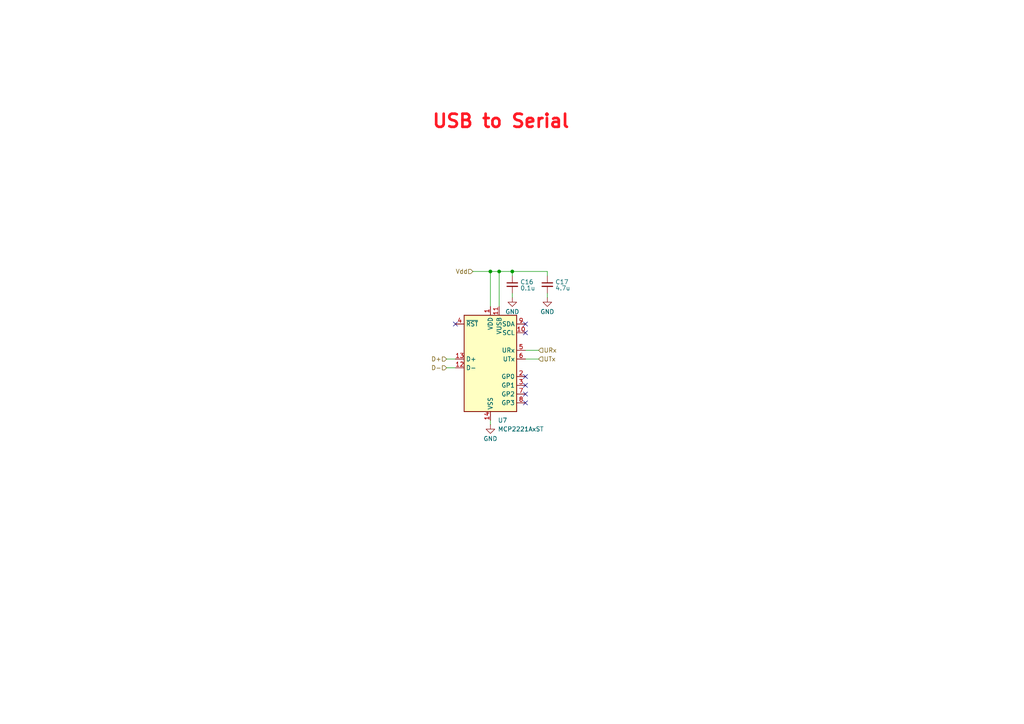
<source format=kicad_sch>
(kicad_sch (version 20250114) (generator "eeschema") (generator_version "9.0")
  (paper "A4")
  (lib_symbols
    (symbol "Device:C_Small" (pin_numbers (hide yes)) (pin_names (offset 0.254) (hide yes))
      (property "Reference" "C" (at 0.254 1.778 0))
      (property "Value" "C_Small" (at 0.254 -2.032 0))
      (symbol "C_Small_0_1"
        (polyline (pts (xy -1.524 0.508) (xy 1.524 0.508)) (stroke (width 0.3048)))
        (polyline (pts (xy -1.524 -0.508) (xy 1.524 -0.508)) (stroke (width 0.3302)))
      )
      (symbol "C_Small_1_1"
        (pin passive line (at 0 2.54 270) (length 2.032) (name "~") (number "1"))
        (pin passive line (at 0 -2.54 90) (length 2.032) (name "~") (number "2"))
      )
    )
    (symbol "Interface_USB:MCP2221AxST"
      (property "Reference" "U" (at -7.62 16.51 0))
      (property "Value" "MCP2221AxST" (at 12.7 16.51 0))
      (symbol "MCP2221AxST_0_1"
        (rectangle (start -7.62 15.24) (end 7.62 -12.7) (stroke (width 0.254)) (fill (type background)))
      )
      (symbol "MCP2221AxST_1_1"
        (pin input line (at -10.16 12.7 0) (length 2.54) (name "~{RST}") (number "4"))
        (pin bidirectional line (at -10.16 2.54 0) (length 2.54) (name "D+") (number "13"))
        (pin bidirectional line (at -10.16 0 0) (length 2.54) (name "D-") (number "12"))
        (pin power_in line (at 0 17.78 270) (length 2.54) (name "VDD") (number "1"))
        (pin power_in line (at 0 -15.24 90) (length 2.54) (name "VSS") (number "14"))
        (pin passive line (at 2.54 17.78 270) (length 2.54) (name "VUSB") (number "11"))
        (pin bidirectional line (at 10.16 12.7 180) (length 2.54) (name "SDA") (number "9"))
        (pin bidirectional line (at 10.16 10.16 180) (length 2.54) (name "SCL") (number "10"))
        (pin input line (at 10.16 5.08 180) (length 2.54) (name "URx") (number "5"))
        (pin output line (at 10.16 2.54 180) (length 2.54) (name "UTx") (number "6"))
        (pin bidirectional line (at 10.16 -2.54 180) (length 2.54) (name "GP0") (number "2"))
        (pin bidirectional line (at 10.16 -5.08 180) (length 2.54) (name "GP1") (number "3"))
        (pin bidirectional line (at 10.16 -7.62 180) (length 2.54) (name "GP2") (number "7"))
        (pin bidirectional line (at 10.16 -10.16 180) (length 2.54) (name "GP3") (number "8"))
      )
    )
    (symbol "power:GND" (power) (pin_numbers (hide yes)) (pin_names (offset 0) (hide yes))
      (property "Value" "GND" (at 0 -3.81 0))
      (symbol "GND_0_1"
        (polyline (pts (xy 0 0) (xy 0 -1.27) (xy 1.27 -1.27) (xy 0 -2.54) (xy -1.27 -1.27) (xy 0 -1.27)))
      )
      (symbol "GND_1_1"
        (pin power_in line (at 0 0 270) (length 0) (name "~") (number "1"))
      )
    )
  )
  (text "USB to Serial\n" (at 145.288 35.306 0) (effects (font (size 3.81 3.81) (thickness 0.762) (bold yes))))
  (junction (at 144.78 78.74))
  (junction (at 148.59 78.74))
  (junction (at 142.24 78.74))
  (no_connect (at 152.4 116.84))
  (no_connect (at 152.4 109.22))
  (no_connect (at 152.4 93.98))
  (no_connect (at 152.4 114.3))
  (no_connect (at 152.4 96.52))
  (no_connect (at 152.4 111.76))
  (no_connect (at 132.08 93.98))
  (wire (pts (xy 129.54 104.14) (xy 132.08 104.14)))
  (wire (pts (xy 142.24 121.92) (xy 142.24 123.19)))
  (wire (pts (xy 158.75 85.09) (xy 158.75 86.36)))
  (wire (pts (xy 137.16 78.74) (xy 142.24 78.74)))
  (wire (pts (xy 144.78 78.74) (xy 148.59 78.74)))
  (wire (pts (xy 152.4 104.14) (xy 156.21 104.14)))
  (wire (pts (xy 148.59 80.01) (xy 148.59 78.74)))
  (wire (pts (xy 129.54 106.68) (xy 132.08 106.68)))
  (wire (pts (xy 144.78 88.9) (xy 144.78 78.74)))
  (wire (pts (xy 142.24 78.74) (xy 142.24 88.9)))
  (wire (pts (xy 158.75 80.01) (xy 158.75 78.74)))
  (wire (pts (xy 152.4 101.6) (xy 156.21 101.6)))
  (wire (pts (xy 142.24 78.74) (xy 144.78 78.74)))
  (wire (pts (xy 148.59 85.09) (xy 148.59 86.36)))
  (wire (pts (xy 158.75 78.74) (xy 148.59 78.74)))
  (hierarchical_label "D-" (shape input) (at 129.54 106.68 180))
  (hierarchical_label "Vdd" (shape input) (at 137.16 78.74 180))
  (hierarchical_label "UTx" (shape input) (at 156.21 104.14 0))
  (hierarchical_label "URx" (shape input) (at 156.21 101.6 0))
  (hierarchical_label "D+" (shape input) (at 129.54 104.14 180))
  (symbol (lib_id "Interface_USB:MCP2221AxST") (at 142.24 106.68 0) (unit 1)
    (property "Reference" "U7" (at 144.3833 121.92 0) (effects (justify left)))
    (property "Value" "MCP2221AxST" (at 144.3833 124.46 0) (effects (justify left)))
    (property "Footprint" "Package_SO:TSSOP-14_4.4x5mm_P0.65mm" (effects (hide yes)))
    (property "Datasheet" "http://ww1.microchip.com/downloads/en/DeviceDoc/20005565B.pdf" (effects (hide yes)))
    (property "Description" "USB to I2C/UART Protocol Converter with GPIO, TSSOP-14" (effects (hide yes)))
  )
  (symbol (lib_id "power:GND") (at 158.75 86.36 0) (unit 1)
    (property "Reference" "#PWR043" (effects (hide yes)))
    (property "Value" "GND" (at 158.75 90.424 0))
    (property "Description" "Power symbol creates a global label with name \"GND\" , ground" (effects (hide yes)))
  )
  (symbol (lib_id "Device:C_Small") (at 148.59 82.55 0) (unit 1)
    (property "Reference" "C16" (at 150.876 81.788 0) (effects (justify left)))
    (property "Value" "0.1u" (at 150.876 83.566 0) (effects (justify left)))
    (property "Footprint" "Capacitor_SMD:C_0603_1608Metric" (effects (hide yes)))
    (property "Description" "Unpolarized capacitor, small symbol" (effects (hide yes)))
  )
  (symbol (lib_id "power:GND") (at 148.59 86.36 0) (unit 1)
    (property "Reference" "#PWR042" (effects (hide yes)))
    (property "Value" "GND" (at 148.59 90.424 0))
    (property "Description" "Power symbol creates a global label with name \"GND\" , ground" (effects (hide yes)))
  )
  (symbol (lib_id "Device:C_Small") (at 158.75 82.55 0) (unit 1)
    (property "Reference" "C17" (at 161.036 81.788 0) (effects (justify left)))
    (property "Value" "4.7u" (at 161.036 83.566 0) (effects (justify left)))
    (property "Footprint" "Capacitor_SMD:C_0805_2012Metric" (effects (hide yes)))
    (property "Description" "Unpolarized capacitor, small symbol" (effects (hide yes)))
  )
  (symbol (lib_id "power:GND") (at 142.24 123.19 0) (unit 1)
    (property "Reference" "#PWR039" (effects (hide yes)))
    (property "Value" "GND" (at 142.24 127.254 0))
    (property "Description" "Power symbol creates a global label with name \"GND\" , ground" (effects (hide yes)))
  )
)
</source>
